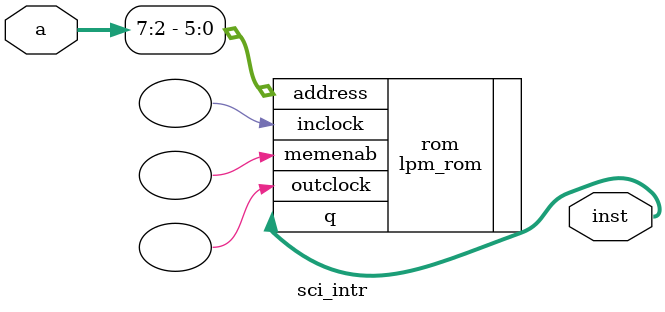
<source format=v>
/************************************************
  The Verilog HDL code example is from the book
  Computer Principles and Design in Verilog HDL
  by Yamin Li, published by A JOHN WILEY & SONS
************************************************/
module sci_intr (a,inst);                                 // inst mem (rom)
    input  [31:0] a;                                      // mem address
    output [31:0] inst;                                   // mem data output
    lpm_rom rom (.address(a[7:2]),                        // word address
                 .q(inst),                                // mem data output
                 .inclock(),                              // no clock
                 .outclock(),                             // no clock
                 .memenab());                             // no write enable
    defparam rom.lpm_width           = 32,                // data: 32 bits
             rom.lpm_widthad         = 6,                 // 2^6 = 64 words
             rom.lpm_file            = "sci_intr.hex",    // mem init file
             rom.lpm_outdata         = "UNREGISTERED",    // no reg (data)
             rom.lpm_address_control = "UNREGISTERED";    // no reg (addr)
endmodule

</source>
